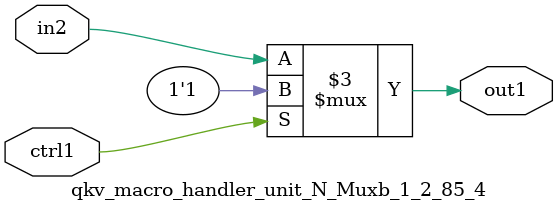
<source format=v>

`timescale 1ps / 1ps


module qkv_macro_handler_unit_N_Muxb_1_2_85_4( in2, ctrl1, out1 );

    input in2;
    input ctrl1;
    output out1;
    reg out1;

    
    // rtl_process:qkv_macro_handler_unit_N_Muxb_1_2_85_4/qkv_macro_handler_unit_N_Muxb_1_2_85_4_thread_1
    always @*
      begin : qkv_macro_handler_unit_N_Muxb_1_2_85_4_thread_1
        case (ctrl1) 
          1'b1: 
            begin
              out1 = 1'b1;
            end
          default: 
            begin
              out1 = in2;
            end
        endcase
      end

endmodule



</source>
